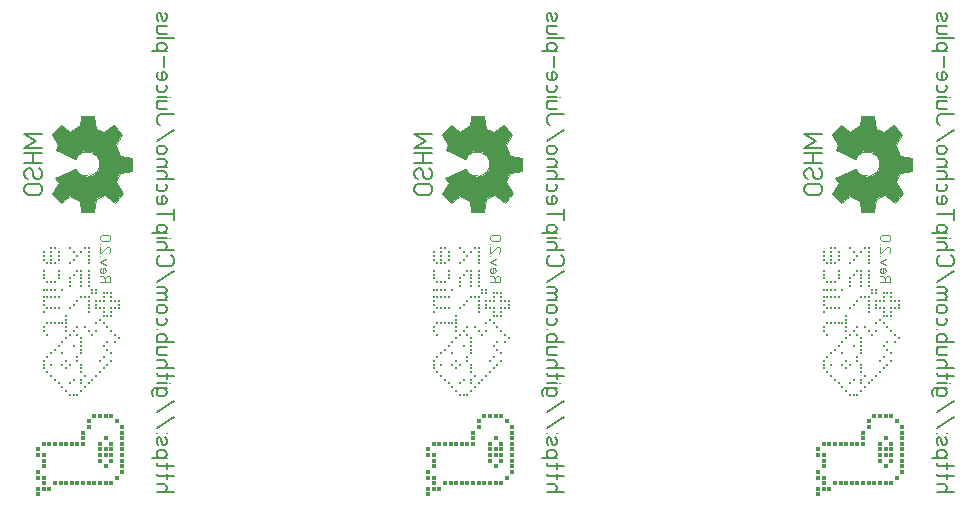
<source format=gbr>
%FSLAX34Y34*%
%MOMM*%
%LNSILK_BOTTOM_*%
G71*
G01*
%ADD10C, 0.19*%
%ADD11C, 0.10*%
%ADD12R, 0.27X0.27*%
%ADD13C, 0.11*%
%ADD14R, 0.40X0.40*%
%LPD*%
G54D10*
X197142Y424120D02*
X212253Y424120D01*
G54D10*
X203186Y424120D02*
X205075Y425254D01*
X205642Y427520D01*
X205075Y429787D01*
X203186Y430920D01*
X197142Y430920D01*
G54D10*
X212253Y437343D02*
X198086Y437343D01*
X197142Y438476D01*
X197519Y439610D01*
G54D10*
X205642Y435076D02*
X205642Y439610D01*
G54D10*
X212253Y446032D02*
X198086Y446032D01*
X197142Y447165D01*
X197519Y448299D01*
G54D10*
X205642Y443765D02*
X205642Y448299D01*
G54D10*
X205642Y452454D02*
X193364Y452454D01*
G54D10*
X199975Y452454D02*
X197519Y453588D01*
X197142Y455854D01*
X197519Y458121D01*
X199408Y459254D01*
X203186Y459254D01*
X205075Y458121D01*
X205642Y455854D01*
X205075Y453588D01*
X202808Y452454D01*
G54D10*
X198086Y463410D02*
X197142Y465677D01*
X197142Y467944D01*
X198086Y470210D01*
X199975Y470210D01*
X200919Y469077D01*
X201864Y464544D01*
X202808Y463410D01*
X204697Y463410D01*
X205642Y465677D01*
X205642Y467944D01*
X204697Y470210D01*
G54D10*
X197142Y474366D02*
X197142Y474366D01*
G54D10*
X205642Y474366D02*
X205642Y474366D01*
G54D10*
X197142Y478522D02*
X212253Y487589D01*
G54D10*
X197142Y491745D02*
X212253Y500812D01*
G54D10*
X194308Y504968D02*
X193364Y507235D01*
X193364Y508822D01*
X194308Y511088D01*
X196197Y511768D01*
X205642Y511768D01*
G54D10*
X203186Y511768D02*
X205075Y510635D01*
X205642Y508368D01*
X205075Y506102D01*
X203186Y504968D01*
X199408Y504968D01*
X197519Y506102D01*
X197142Y508368D01*
X197519Y510635D01*
X199408Y511768D01*
G54D10*
X197142Y515924D02*
X205642Y515924D01*
G54D10*
X208475Y515924D02*
X208475Y515924D01*
G54D10*
X212253Y522347D02*
X198086Y522347D01*
X197142Y523480D01*
X197519Y524614D01*
G54D10*
X205642Y520080D02*
X205642Y524614D01*
G54D10*
X197142Y528769D02*
X212253Y528769D01*
G54D10*
X203186Y528769D02*
X205075Y529903D01*
X205642Y532169D01*
X205075Y534436D01*
X203186Y535569D01*
X197142Y535569D01*
G54D10*
X205642Y546525D02*
X197142Y546525D01*
G54D10*
X199030Y546525D02*
X197519Y545392D01*
X197142Y543125D01*
X197519Y540859D01*
X199030Y539725D01*
X205642Y539725D01*
G54D10*
X197142Y550681D02*
X212253Y550681D01*
G54D10*
X203186Y550681D02*
X205075Y551815D01*
X205642Y554081D01*
X205075Y556348D01*
X203186Y557481D01*
X199408Y557481D01*
X197519Y556348D01*
X197142Y554081D01*
X197519Y551815D01*
X199408Y550681D01*
G54D10*
X197142Y561637D02*
X197142Y561637D01*
G54D10*
X205075Y571460D02*
X205642Y569193D01*
X205075Y566927D01*
X203186Y565793D01*
X199408Y565793D01*
X197519Y566927D01*
X197142Y569193D01*
X197519Y571460D01*
G54D10*
X199408Y582416D02*
X203186Y582416D01*
X205075Y581283D01*
X205642Y579016D01*
X205075Y576750D01*
X203186Y575616D01*
X199408Y575616D01*
X197519Y576750D01*
X197142Y579016D01*
X197519Y581283D01*
X199408Y582416D01*
G54D10*
X197142Y586572D02*
X205642Y586572D01*
G54D10*
X204130Y586572D02*
X205642Y588839D01*
X205075Y591106D01*
X203753Y592239D01*
X197142Y592239D01*
G54D10*
X204130Y592239D02*
X205642Y594506D01*
X205075Y596772D01*
X203753Y597906D01*
X197142Y597906D01*
G54D10*
X197142Y602061D02*
X212253Y611128D01*
G54D10*
X199975Y624351D02*
X198086Y623218D01*
X197142Y620951D01*
X197142Y618684D01*
X198086Y616418D01*
X199975Y615284D01*
X209419Y615284D01*
X211308Y616418D01*
X212253Y618684D01*
X212253Y620951D01*
X211308Y623218D01*
X209419Y624351D01*
G54D10*
X197142Y628507D02*
X212253Y628507D01*
G54D10*
X203186Y628507D02*
X205075Y629641D01*
X205642Y631907D01*
X205075Y634174D01*
X203186Y635307D01*
X197142Y635307D01*
G54D10*
X197142Y639463D02*
X205642Y639463D01*
G54D10*
X208475Y639463D02*
X208475Y639463D01*
G54D10*
X205642Y643619D02*
X193364Y643619D01*
G54D10*
X199975Y643619D02*
X197519Y644753D01*
X197142Y647019D01*
X197519Y649286D01*
X199408Y650419D01*
X203186Y650419D01*
X205075Y649286D01*
X205642Y647019D01*
X205075Y644753D01*
X202808Y643619D01*
G54D10*
X197142Y659109D02*
X212253Y659109D01*
G54D10*
X212253Y654575D02*
X212253Y663642D01*
G54D10*
X198086Y674598D02*
X197142Y672785D01*
X197142Y670518D01*
X198086Y668252D01*
X199975Y667798D01*
X203186Y667798D01*
X205075Y668932D01*
X205642Y671198D01*
X205075Y673465D01*
X203753Y674598D01*
X201864Y674598D01*
X201864Y667798D01*
G54D10*
X205075Y684421D02*
X205642Y682154D01*
X205075Y679888D01*
X203186Y678754D01*
X199408Y678754D01*
X197519Y679888D01*
X197142Y682154D01*
X197519Y684421D01*
G54D10*
X197142Y688577D02*
X212253Y688577D01*
G54D10*
X203186Y688577D02*
X205075Y689711D01*
X205642Y691977D01*
X205075Y694244D01*
X203186Y695377D01*
X197142Y695377D01*
G54D10*
X197142Y699533D02*
X205642Y699533D01*
G54D10*
X203753Y699533D02*
X205075Y700667D01*
X205642Y702933D01*
X205075Y705200D01*
X203753Y706333D01*
X197142Y706333D01*
G54D10*
X199408Y717289D02*
X203186Y717289D01*
X205075Y716156D01*
X205642Y713889D01*
X205075Y711623D01*
X203186Y710489D01*
X199408Y710489D01*
X197519Y711623D01*
X197142Y713889D01*
X197519Y716156D01*
X199408Y717289D01*
G54D10*
X197142Y721445D02*
X212253Y730512D01*
G54D10*
X212253Y743735D02*
X199975Y743735D01*
X198086Y742602D01*
X197142Y740335D01*
X197142Y738068D01*
X198086Y735802D01*
X199975Y734668D01*
G54D10*
X205642Y754691D02*
X197142Y754691D01*
G54D10*
X199030Y754691D02*
X197519Y753558D01*
X197142Y751291D01*
X197519Y749025D01*
X199030Y747891D01*
X205642Y747891D01*
G54D10*
X197142Y758847D02*
X205642Y758847D01*
G54D10*
X208475Y758847D02*
X208475Y758847D01*
G54D10*
X205075Y768670D02*
X205642Y766403D01*
X205075Y764137D01*
X203186Y763003D01*
X199408Y763003D01*
X197519Y764137D01*
X197142Y766403D01*
X197519Y768670D01*
G54D10*
X198086Y779626D02*
X197142Y777813D01*
X197142Y775546D01*
X198086Y773280D01*
X199975Y772826D01*
X203186Y772826D01*
X205075Y773960D01*
X205642Y776226D01*
X205075Y778493D01*
X203753Y779626D01*
X201864Y779626D01*
X201864Y772826D01*
G54D10*
X203753Y783782D02*
X203753Y792849D01*
G54D10*
X205642Y797005D02*
X193364Y797005D01*
G54D10*
X199975Y797005D02*
X197519Y798139D01*
X197142Y800405D01*
X197519Y802672D01*
X199408Y803805D01*
X203186Y803805D01*
X205075Y802672D01*
X205642Y800405D01*
X205075Y798139D01*
X202808Y797005D01*
G54D10*
X197142Y807961D02*
X212253Y807961D01*
G54D10*
X205642Y818917D02*
X197142Y818917D01*
G54D10*
X199030Y818917D02*
X197519Y817784D01*
X197142Y815517D01*
X197519Y813251D01*
X199030Y812117D01*
X205642Y812117D01*
G54D10*
X198086Y823073D02*
X197142Y825340D01*
X197142Y827607D01*
X198086Y829873D01*
X199975Y829873D01*
X200919Y828740D01*
X201864Y824207D01*
X202808Y823073D01*
X204697Y823073D01*
X205642Y825340D01*
X205642Y827607D01*
X204697Y829873D01*
G54D11*
X176217Y707189D02*
X176217Y696076D01*
X165898Y693695D01*
X162723Y686155D01*
X168676Y677026D01*
X161533Y669089D01*
X153595Y675439D01*
X145658Y671867D01*
X144070Y660755D01*
X133355Y660755D01*
X132164Y670676D01*
X123830Y674248D01*
X116289Y669089D01*
X108748Y676630D01*
X114305Y685361D01*
X111526Y689726D01*
X128195Y697267D01*
G54D11*
X128195Y705998D02*
X111923Y713539D01*
X113908Y717905D01*
X108352Y726239D01*
X115892Y734573D01*
X123830Y728620D01*
X132164Y732192D01*
X133354Y742511D01*
X144070Y742114D01*
X146054Y731398D01*
X152404Y728620D01*
X160739Y734573D01*
X168280Y726636D01*
X162723Y717508D01*
X165898Y708776D01*
X176217Y707189D01*
G54D11*
G75*
G01X128880Y697536D02*
G03X128880Y705742I9665J4103D01*
G01*
G36*
X144070Y742114D02*
X146054Y731398D01*
X152404Y728620D01*
X160739Y734573D01*
X168280Y726636D01*
X162723Y717508D01*
X165898Y708776D01*
X176217Y707189D01*
X176217Y696076D01*
X165898Y693695D01*
X162723Y686155D01*
X168676Y677026D01*
X161533Y669089D01*
X153595Y675439D01*
X145658Y671867D01*
X144070Y660755D01*
X133355Y660755D01*
X132164Y670676D01*
X123830Y674248D01*
X116289Y669089D01*
X108748Y676630D01*
X114305Y685361D01*
X111526Y689726D01*
X128989Y697664D01*
X129386Y696473D01*
X130180Y695283D01*
X132561Y692902D01*
X135736Y691314D01*
X137720Y690917D01*
X139308Y690917D01*
X141689Y691314D01*
X144467Y692505D01*
X147245Y694886D01*
X148436Y696870D01*
X149230Y698855D01*
X149626Y701236D01*
X149230Y703617D01*
X148436Y706792D01*
X146054Y709570D01*
X142086Y712348D01*
X135736Y712348D01*
X133355Y711158D01*
X130973Y709570D01*
X128989Y707189D01*
X128989Y705602D01*
X111923Y713539D01*
X113908Y717905D01*
X108352Y726239D01*
X115892Y734573D01*
X123830Y728620D01*
X144070Y742114D01*
G37*
G54D11*
X144070Y742114D02*
X146054Y731398D01*
X152404Y728620D01*
X160739Y734573D01*
X168280Y726636D01*
X162723Y717508D01*
X165898Y708776D01*
X176217Y707189D01*
X176217Y696076D01*
X165898Y693695D01*
X162723Y686155D01*
X168676Y677026D01*
X161533Y669089D01*
X153595Y675439D01*
X145658Y671867D01*
X144070Y660755D01*
X133355Y660755D01*
X132164Y670676D01*
X123830Y674248D01*
X116289Y669089D01*
X108748Y676630D01*
X114305Y685361D01*
X111526Y689726D01*
X128989Y697664D01*
X129386Y696473D01*
X130180Y695283D01*
X132561Y692902D01*
X135736Y691314D01*
X137720Y690917D01*
X139308Y690917D01*
X141689Y691314D01*
X144467Y692505D01*
X147245Y694886D01*
X148436Y696870D01*
X149230Y698855D01*
X149626Y701236D01*
X149230Y703617D01*
X148436Y706792D01*
X146054Y709570D01*
X142086Y712348D01*
X135736Y712348D01*
X133355Y711158D01*
X130973Y709570D01*
X128989Y707189D01*
X128989Y705602D01*
X111923Y713539D01*
X113908Y717905D01*
X108352Y726239D01*
X115892Y734573D01*
X123830Y728620D01*
X144070Y742114D01*
G36*
X144070Y742114D02*
X133354Y742511D01*
X132164Y732192D01*
X144070Y742114D01*
G37*
G54D11*
X144070Y742114D02*
X133354Y742511D01*
X132164Y732192D01*
X144070Y742114D01*
G54D10*
X97544Y684897D02*
X88099Y684897D01*
X86210Y683764D01*
X85266Y681497D01*
X85266Y679230D01*
X86210Y676964D01*
X88099Y675830D01*
X97544Y675830D01*
X99433Y676964D01*
X100377Y679230D01*
X100377Y681497D01*
X99433Y683764D01*
X97544Y684897D01*
G54D10*
X88099Y689053D02*
X86210Y690187D01*
X85266Y692453D01*
X85266Y694720D01*
X86210Y696987D01*
X88099Y698120D01*
X89988Y698120D01*
X91877Y696987D01*
X92822Y694720D01*
X92822Y692453D01*
X93766Y690187D01*
X95655Y689053D01*
X97544Y689053D01*
X99433Y690187D01*
X100377Y692453D01*
X100377Y694720D01*
X99433Y696987D01*
X97544Y698120D01*
G54D10*
X85266Y702276D02*
X100377Y702276D01*
G54D10*
X85266Y711343D02*
X100377Y711343D01*
G54D10*
X92822Y702276D02*
X92822Y711343D01*
G54D10*
X100377Y715499D02*
X85266Y715499D01*
X94710Y721166D01*
X85266Y726833D01*
X100377Y726833D01*
X123825Y506412D02*
G54D12*
D03*
X120650Y509588D02*
G54D12*
D03*
X117475Y512762D02*
G54D12*
D03*
X114300Y515938D02*
G54D12*
D03*
X130175Y506412D02*
G54D12*
D03*
X133350Y509588D02*
G54D12*
D03*
X136525Y512762D02*
G54D12*
D03*
X139700Y515938D02*
G54D12*
D03*
X142875Y519112D02*
G54D12*
D03*
X111125Y519112D02*
G54D12*
D03*
X107950Y522288D02*
G54D12*
D03*
X104775Y525462D02*
G54D12*
D03*
X101600Y528638D02*
G54D12*
D03*
X101600Y534988D02*
G54D12*
D03*
X104775Y538162D02*
G54D12*
D03*
X107950Y541338D02*
G54D12*
D03*
X111125Y544512D02*
G54D12*
D03*
X114300Y547688D02*
G54D12*
D03*
X117475Y550862D02*
G54D12*
D03*
X120650Y554038D02*
G54D12*
D03*
X123825Y557213D02*
G54D12*
D03*
X127000Y560388D02*
G54D12*
D03*
X146050Y522288D02*
G54D12*
D03*
X149225Y525462D02*
G54D12*
D03*
X152400Y528638D02*
G54D12*
D03*
X155575Y531812D02*
G54D12*
D03*
X152400Y547688D02*
G54D12*
D03*
X142875Y557213D02*
G54D12*
D03*
X146050Y560388D02*
G54D12*
D03*
X155575Y550862D02*
G54D12*
D03*
X161925Y550862D02*
G54D12*
D03*
X165100Y554038D02*
G54D12*
D03*
X161925Y557213D02*
G54D12*
D03*
X158750Y560388D02*
G54D12*
D03*
X155575Y563563D02*
G54D12*
D03*
X152400Y566738D02*
G54D12*
D03*
X149225Y569912D02*
G54D12*
D03*
X146050Y566738D02*
G54D12*
D03*
X133350Y515938D02*
G54D12*
D03*
X133350Y519112D02*
G54D12*
D03*
X136525Y522288D02*
G54D12*
D03*
X133350Y525462D02*
G54D12*
D03*
X133350Y528638D02*
G54D12*
D03*
X133350Y531812D02*
G54D12*
D03*
X130175Y534988D02*
G54D12*
D03*
X130175Y538162D02*
G54D12*
D03*
X133350Y541338D02*
G54D12*
D03*
X133350Y544512D02*
G54D12*
D03*
X133350Y547688D02*
G54D12*
D03*
X133350Y550862D02*
G54D12*
D03*
X133350Y554038D02*
G54D12*
D03*
X130175Y557213D02*
G54D12*
D03*
X158750Y573088D02*
G54D12*
D03*
X155575Y573088D02*
G54D12*
D03*
X152400Y573088D02*
G54D12*
D03*
X152400Y576263D02*
G54D12*
D03*
X158750Y576263D02*
G54D12*
D03*
X158750Y579438D02*
G54D12*
D03*
X161925Y579438D02*
G54D12*
D03*
X165100Y579438D02*
G54D12*
D03*
X165100Y582613D02*
G54D12*
D03*
X165100Y585788D02*
G54D12*
D03*
X161925Y585788D02*
G54D12*
D03*
X158750Y585788D02*
G54D12*
D03*
X158750Y588963D02*
G54D12*
D03*
X158750Y592138D02*
G54D12*
D03*
X155575Y592138D02*
G54D12*
D03*
X152400Y592138D02*
G54D12*
D03*
X152400Y588963D02*
G54D12*
D03*
X152400Y585788D02*
G54D12*
D03*
X152400Y579438D02*
G54D12*
D03*
X149225Y579438D02*
G54D12*
D03*
X146050Y579438D02*
G54D12*
D03*
X146050Y582613D02*
G54D12*
D03*
X146050Y585788D02*
G54D12*
D03*
X149225Y585788D02*
G54D12*
D03*
X158750Y534988D02*
G54D12*
D03*
X158750Y541338D02*
G54D12*
D03*
X155575Y544512D02*
G54D12*
D03*
X139700Y560388D02*
G54D12*
D03*
X136525Y563563D02*
G54D12*
D03*
X130175Y563563D02*
G54D12*
D03*
X120650Y560388D02*
G54D12*
D03*
X120650Y563563D02*
G54D12*
D03*
X120650Y566738D02*
G54D12*
D03*
X120650Y569912D02*
G54D12*
D03*
X120650Y573088D02*
G54D12*
D03*
X117475Y566738D02*
G54D12*
D03*
X114300Y566738D02*
G54D12*
D03*
X111125Y566738D02*
G54D12*
D03*
X107950Y566738D02*
G54D12*
D03*
X104775Y566738D02*
G54D12*
D03*
X101600Y563563D02*
G54D12*
D03*
X101600Y560388D02*
G54D12*
D03*
X104775Y557213D02*
G54D12*
D03*
X101600Y576263D02*
G54D12*
D03*
X104775Y579438D02*
G54D12*
D03*
X107950Y579438D02*
G54D12*
D03*
X111125Y579438D02*
G54D12*
D03*
X114300Y579438D02*
G54D12*
D03*
X101600Y582613D02*
G54D12*
D03*
X101600Y585788D02*
G54D12*
D03*
X101600Y588963D02*
G54D12*
D03*
X104775Y588963D02*
G54D12*
D03*
X107950Y588963D02*
G54D12*
D03*
X111125Y588963D02*
G54D12*
D03*
X114300Y588963D02*
G54D12*
D03*
X117475Y595313D02*
G54D12*
D03*
X111125Y595313D02*
G54D12*
D03*
X107950Y595313D02*
G54D12*
D03*
X104775Y595313D02*
G54D12*
D03*
X101600Y595313D02*
G54D12*
D03*
X104775Y601662D02*
G54D12*
D03*
X107950Y601662D02*
G54D12*
D03*
X111125Y601662D02*
G54D12*
D03*
X114300Y604838D02*
G54D12*
D03*
X114300Y608013D02*
G54D12*
D03*
X101600Y604838D02*
G54D12*
D03*
X101600Y608012D02*
G54D12*
D03*
X101600Y611188D02*
G54D12*
D03*
X114300Y611188D02*
G54D12*
D03*
X104775Y617538D02*
G54D12*
D03*
X107950Y617538D02*
G54D12*
D03*
X111125Y617538D02*
G54D12*
D03*
X114300Y620712D02*
G54D12*
D03*
X114300Y623888D02*
G54D12*
D03*
X114300Y627062D02*
G54D12*
D03*
X101600Y620713D02*
G54D12*
D03*
X101600Y623888D02*
G54D12*
D03*
X101600Y627063D02*
G54D12*
D03*
X111125Y630238D02*
G54D12*
D03*
X107950Y630238D02*
G54D12*
D03*
X107950Y627063D02*
G54D12*
D03*
X107950Y623888D02*
G54D12*
D03*
X107950Y620712D02*
G54D12*
D03*
X120650Y528638D02*
G54D12*
D03*
X117475Y531812D02*
G54D12*
D03*
X120650Y534988D02*
G54D12*
D03*
X123825Y531812D02*
G54D12*
D03*
X117475Y541338D02*
G54D12*
D03*
X127000Y519112D02*
G54D12*
D03*
X127000Y547688D02*
G54D12*
D03*
X107950Y531812D02*
G54D12*
D03*
X123825Y515938D02*
G54D12*
D03*
X139700Y576262D02*
G54D12*
D03*
X139700Y579438D02*
G54D12*
D03*
X139700Y582613D02*
G54D12*
D03*
X139700Y585788D02*
G54D12*
D03*
X139700Y588963D02*
G54D12*
D03*
X136525Y588963D02*
G54D12*
D03*
X133350Y588963D02*
G54D12*
D03*
X130175Y585788D02*
G54D12*
D03*
X127000Y582613D02*
G54D12*
D03*
X123825Y579438D02*
G54D12*
D03*
X146050Y592138D02*
G54D12*
D03*
X142875Y592138D02*
G54D12*
D03*
X142875Y595313D02*
G54D12*
D03*
X146050Y595313D02*
G54D12*
D03*
X139700Y598488D02*
G54D12*
D03*
X139700Y601663D02*
G54D12*
D03*
X139700Y604838D02*
G54D12*
D03*
X139700Y608013D02*
G54D12*
D03*
X139700Y611188D02*
G54D12*
D03*
X133350Y598488D02*
G54D12*
D03*
X133350Y601663D02*
G54D12*
D03*
X133350Y604838D02*
G54D12*
D03*
X133350Y608013D02*
G54D12*
D03*
X133350Y611188D02*
G54D12*
D03*
X130175Y611188D02*
G54D12*
D03*
X127000Y608013D02*
G54D12*
D03*
X123825Y604838D02*
G54D12*
D03*
X123825Y598488D02*
G54D12*
D03*
X123825Y601663D02*
G54D12*
D03*
X139700Y617538D02*
G54D12*
D03*
X139700Y620712D02*
G54D12*
D03*
X139700Y623888D02*
G54D12*
D03*
X139700Y627062D02*
G54D12*
D03*
X139700Y630238D02*
G54D12*
D03*
X136525Y630238D02*
G54D12*
D03*
X133350Y627062D02*
G54D12*
D03*
X130175Y623888D02*
G54D12*
D03*
X127000Y620712D02*
G54D12*
D03*
X123825Y617538D02*
G54D12*
D03*
X127000Y627062D02*
G54D12*
D03*
X123825Y630238D02*
G54D12*
D03*
X152400Y538162D02*
G54D12*
D03*
X149225Y534988D02*
G54D12*
D03*
G54D13*
X153670Y604329D02*
X152558Y606329D01*
X151447Y606996D01*
X149225Y606996D01*
G54D13*
X149225Y601662D02*
X158114Y601663D01*
X158114Y604996D01*
X157558Y606329D01*
X156447Y606996D01*
X155336Y606996D01*
X154225Y606329D01*
X153670Y604996D01*
X153670Y601662D01*
G54D13*
X149780Y613440D02*
X149225Y612373D01*
X149225Y611040D01*
X149780Y609706D01*
X150892Y609440D01*
X152780Y609440D01*
X153892Y610106D01*
X154225Y611440D01*
X153892Y612773D01*
X153114Y613440D01*
X152003Y613440D01*
X152003Y609440D01*
G54D13*
X154225Y615884D02*
X149225Y618550D01*
X154225Y621217D01*
G54D13*
X149225Y623660D02*
X149225Y623660D01*
G54D13*
X149225Y631438D02*
X149225Y626105D01*
X149780Y626104D01*
X150892Y626771D01*
X154225Y630771D01*
X155336Y631438D01*
X156447Y631438D01*
X157558Y630771D01*
X158114Y629438D01*
X158114Y628104D01*
X157558Y626771D01*
X156447Y626105D01*
G54D13*
X149225Y633882D02*
X149225Y633882D01*
G54D13*
X156447Y641659D02*
X150892Y641659D01*
X149780Y640992D01*
X149225Y639659D01*
X149225Y638326D01*
X149780Y636992D01*
X150892Y636326D01*
X156447Y636326D01*
X157558Y636992D01*
X158114Y638326D01*
X158114Y639659D01*
X157558Y640992D01*
X156447Y641659D01*
X127000Y506412D02*
G54D12*
D03*
X101600Y531812D02*
G54D12*
D03*
X168275Y445691D02*
G54D14*
D03*
X168275Y450453D02*
G54D14*
D03*
X168275Y455216D02*
G54D14*
D03*
X168275Y459978D02*
G54D14*
D03*
X168275Y464741D02*
G54D14*
D03*
X168275Y469503D02*
G54D14*
D03*
X168275Y474266D02*
G54D14*
D03*
X168275Y479028D02*
G54D14*
D03*
X153988Y431403D02*
G54D14*
D03*
X149225Y431403D02*
G54D14*
D03*
X144462Y431403D02*
G54D14*
D03*
X139700Y431403D02*
G54D14*
D03*
X134938Y431403D02*
G54D14*
D03*
X130175Y431403D02*
G54D14*
D03*
X125412Y431403D02*
G54D14*
D03*
X120650Y431403D02*
G54D14*
D03*
X115888Y431403D02*
G54D14*
D03*
X111125Y431403D02*
G54D14*
D03*
X106362Y426641D02*
G54D14*
D03*
X101600Y426641D02*
G54D14*
D03*
X96837Y426641D02*
G54D14*
D03*
X96838Y421878D02*
G54D14*
D03*
X101600Y436166D02*
G54D14*
D03*
X96838Y436166D02*
G54D14*
D03*
X96838Y440928D02*
G54D14*
D03*
X101600Y445691D02*
G54D14*
D03*
X101600Y450453D02*
G54D14*
D03*
X101600Y455216D02*
G54D14*
D03*
X96838Y455216D02*
G54D14*
D03*
X96838Y459978D02*
G54D14*
D03*
X144462Y488553D02*
G54D14*
D03*
X149225Y488553D02*
G54D14*
D03*
X153988Y488553D02*
G54D14*
D03*
X158750Y488553D02*
G54D14*
D03*
X163512Y483791D02*
G54D14*
D03*
X153988Y445691D02*
G54D14*
D03*
X158750Y450453D02*
G54D14*
D03*
X158750Y455216D02*
G54D14*
D03*
X158750Y459978D02*
G54D14*
D03*
X158750Y464741D02*
G54D14*
D03*
X153988Y469503D02*
G54D14*
D03*
X149225Y450453D02*
G54D14*
D03*
X149225Y455216D02*
G54D14*
D03*
X149225Y459978D02*
G54D14*
D03*
X149225Y464741D02*
G54D14*
D03*
X153988Y455216D02*
G54D14*
D03*
X153988Y459978D02*
G54D14*
D03*
X101600Y431403D02*
G54D14*
D03*
X139700Y483791D02*
G54D14*
D03*
X139700Y479028D02*
G54D14*
D03*
X134938Y469503D02*
G54D14*
D03*
X134938Y474266D02*
G54D14*
D03*
X134938Y464741D02*
G54D14*
D03*
X130175Y464741D02*
G54D14*
D03*
X125412Y464741D02*
G54D14*
D03*
X120650Y464741D02*
G54D14*
D03*
X115888Y464741D02*
G54D14*
D03*
X111125Y464741D02*
G54D14*
D03*
X106362Y464741D02*
G54D14*
D03*
X101600Y464741D02*
G54D14*
D03*
X168275Y440928D02*
G54D14*
D03*
X163512Y436166D02*
G54D14*
D03*
X158750Y431403D02*
G54D14*
D03*
G54D10*
X527342Y424120D02*
X542453Y424120D01*
G54D10*
X533386Y424120D02*
X535275Y425254D01*
X535842Y427520D01*
X535275Y429787D01*
X533386Y430920D01*
X527342Y430920D01*
G54D10*
X542453Y437343D02*
X528286Y437343D01*
X527342Y438476D01*
X527719Y439610D01*
G54D10*
X535842Y435076D02*
X535842Y439610D01*
G54D10*
X542453Y446032D02*
X528286Y446032D01*
X527342Y447165D01*
X527719Y448299D01*
G54D10*
X535842Y443765D02*
X535842Y448299D01*
G54D10*
X535842Y452454D02*
X523564Y452454D01*
G54D10*
X530175Y452454D02*
X527719Y453588D01*
X527342Y455854D01*
X527719Y458121D01*
X529608Y459254D01*
X533386Y459254D01*
X535275Y458121D01*
X535842Y455854D01*
X535275Y453588D01*
X533008Y452454D01*
G54D10*
X528286Y463410D02*
X527342Y465677D01*
X527342Y467944D01*
X528286Y470210D01*
X530175Y470210D01*
X531119Y469077D01*
X532064Y464544D01*
X533008Y463410D01*
X534897Y463410D01*
X535842Y465677D01*
X535842Y467944D01*
X534897Y470210D01*
G54D10*
X527342Y474366D02*
X527342Y474366D01*
G54D10*
X535842Y474366D02*
X535842Y474366D01*
G54D10*
X527342Y478522D02*
X542453Y487589D01*
G54D10*
X527342Y491745D02*
X542453Y500812D01*
G54D10*
X524508Y504968D02*
X523564Y507235D01*
X523564Y508822D01*
X524508Y511088D01*
X526397Y511768D01*
X535842Y511768D01*
G54D10*
X533386Y511768D02*
X535275Y510635D01*
X535842Y508368D01*
X535275Y506102D01*
X533386Y504968D01*
X529608Y504968D01*
X527719Y506102D01*
X527342Y508368D01*
X527719Y510635D01*
X529608Y511768D01*
G54D10*
X527342Y515924D02*
X535842Y515924D01*
G54D10*
X538675Y515924D02*
X538675Y515924D01*
G54D10*
X542453Y522347D02*
X528286Y522347D01*
X527342Y523480D01*
X527719Y524614D01*
G54D10*
X535842Y520080D02*
X535842Y524614D01*
G54D10*
X527342Y528769D02*
X542453Y528769D01*
G54D10*
X533386Y528769D02*
X535275Y529903D01*
X535842Y532169D01*
X535275Y534436D01*
X533386Y535569D01*
X527342Y535569D01*
G54D10*
X535842Y546525D02*
X527342Y546525D01*
G54D10*
X529230Y546525D02*
X527719Y545392D01*
X527342Y543125D01*
X527719Y540859D01*
X529230Y539725D01*
X535842Y539725D01*
G54D10*
X527342Y550681D02*
X542453Y550681D01*
G54D10*
X533386Y550681D02*
X535275Y551815D01*
X535842Y554081D01*
X535275Y556348D01*
X533386Y557481D01*
X529608Y557481D01*
X527719Y556348D01*
X527342Y554081D01*
X527719Y551815D01*
X529608Y550681D01*
G54D10*
X527342Y561637D02*
X527342Y561637D01*
G54D10*
X535275Y571460D02*
X535842Y569193D01*
X535275Y566927D01*
X533386Y565793D01*
X529608Y565793D01*
X527719Y566927D01*
X527342Y569193D01*
X527719Y571460D01*
G54D10*
X529608Y582416D02*
X533386Y582416D01*
X535275Y581283D01*
X535842Y579016D01*
X535275Y576750D01*
X533386Y575616D01*
X529608Y575616D01*
X527719Y576750D01*
X527342Y579016D01*
X527719Y581283D01*
X529608Y582416D01*
G54D10*
X527342Y586572D02*
X535842Y586572D01*
G54D10*
X534330Y586572D02*
X535842Y588839D01*
X535275Y591106D01*
X533953Y592239D01*
X527342Y592239D01*
G54D10*
X534330Y592239D02*
X535842Y594506D01*
X535275Y596772D01*
X533953Y597906D01*
X527342Y597906D01*
G54D10*
X527342Y602061D02*
X542453Y611128D01*
G54D10*
X530175Y624351D02*
X528286Y623218D01*
X527342Y620951D01*
X527342Y618684D01*
X528286Y616418D01*
X530175Y615284D01*
X539619Y615284D01*
X541508Y616418D01*
X542453Y618684D01*
X542453Y620951D01*
X541508Y623218D01*
X539619Y624351D01*
G54D10*
X527342Y628507D02*
X542453Y628507D01*
G54D10*
X533386Y628507D02*
X535275Y629641D01*
X535842Y631907D01*
X535275Y634174D01*
X533386Y635307D01*
X527342Y635307D01*
G54D10*
X527342Y639463D02*
X535842Y639463D01*
G54D10*
X538675Y639463D02*
X538675Y639463D01*
G54D10*
X535842Y643619D02*
X523564Y643619D01*
G54D10*
X530175Y643619D02*
X527719Y644753D01*
X527342Y647019D01*
X527719Y649286D01*
X529608Y650419D01*
X533386Y650419D01*
X535275Y649286D01*
X535842Y647019D01*
X535275Y644753D01*
X533008Y643619D01*
G54D10*
X527342Y659109D02*
X542453Y659109D01*
G54D10*
X542453Y654575D02*
X542453Y663642D01*
G54D10*
X528286Y674598D02*
X527342Y672785D01*
X527342Y670518D01*
X528286Y668252D01*
X530175Y667798D01*
X533386Y667798D01*
X535275Y668932D01*
X535842Y671198D01*
X535275Y673465D01*
X533953Y674598D01*
X532064Y674598D01*
X532064Y667798D01*
G54D10*
X535275Y684421D02*
X535842Y682154D01*
X535275Y679888D01*
X533386Y678754D01*
X529608Y678754D01*
X527719Y679888D01*
X527342Y682154D01*
X527719Y684421D01*
G54D10*
X527342Y688577D02*
X542453Y688577D01*
G54D10*
X533386Y688577D02*
X535275Y689711D01*
X535842Y691977D01*
X535275Y694244D01*
X533386Y695377D01*
X527342Y695377D01*
G54D10*
X527342Y699533D02*
X535842Y699533D01*
G54D10*
X533953Y699533D02*
X535275Y700667D01*
X535842Y702933D01*
X535275Y705200D01*
X533953Y706333D01*
X527342Y706333D01*
G54D10*
X529608Y717289D02*
X533386Y717289D01*
X535275Y716156D01*
X535842Y713889D01*
X535275Y711623D01*
X533386Y710489D01*
X529608Y710489D01*
X527719Y711623D01*
X527342Y713889D01*
X527719Y716156D01*
X529608Y717289D01*
G54D10*
X527342Y721445D02*
X542453Y730512D01*
G54D10*
X542453Y743735D02*
X530175Y743735D01*
X528286Y742602D01*
X527342Y740335D01*
X527342Y738068D01*
X528286Y735802D01*
X530175Y734668D01*
G54D10*
X535842Y754691D02*
X527342Y754691D01*
G54D10*
X529230Y754691D02*
X527719Y753558D01*
X527342Y751291D01*
X527719Y749025D01*
X529230Y747891D01*
X535842Y747891D01*
G54D10*
X527342Y758847D02*
X535842Y758847D01*
G54D10*
X538675Y758847D02*
X538675Y758847D01*
G54D10*
X535275Y768670D02*
X535842Y766403D01*
X535275Y764137D01*
X533386Y763003D01*
X529608Y763003D01*
X527719Y764137D01*
X527342Y766403D01*
X527719Y768670D01*
G54D10*
X528286Y779626D02*
X527342Y777813D01*
X527342Y775546D01*
X528286Y773280D01*
X530175Y772826D01*
X533386Y772826D01*
X535275Y773960D01*
X535842Y776226D01*
X535275Y778493D01*
X533953Y779626D01*
X532064Y779626D01*
X532064Y772826D01*
G54D10*
X533953Y783782D02*
X533953Y792849D01*
G54D10*
X535842Y797005D02*
X523564Y797005D01*
G54D10*
X530175Y797005D02*
X527719Y798139D01*
X527342Y800405D01*
X527719Y802672D01*
X529608Y803805D01*
X533386Y803805D01*
X535275Y802672D01*
X535842Y800405D01*
X535275Y798139D01*
X533008Y797005D01*
G54D10*
X527342Y807961D02*
X542453Y807961D01*
G54D10*
X535842Y818917D02*
X527342Y818917D01*
G54D10*
X529230Y818917D02*
X527719Y817784D01*
X527342Y815517D01*
X527719Y813251D01*
X529230Y812117D01*
X535842Y812117D01*
G54D10*
X528286Y823073D02*
X527342Y825340D01*
X527342Y827607D01*
X528286Y829873D01*
X530175Y829873D01*
X531119Y828740D01*
X532064Y824207D01*
X533008Y823073D01*
X534897Y823073D01*
X535842Y825340D01*
X535842Y827607D01*
X534897Y829873D01*
G54D11*
X506417Y707189D02*
X506417Y696076D01*
X496098Y693695D01*
X492923Y686155D01*
X498876Y677026D01*
X491733Y669089D01*
X483795Y675439D01*
X475858Y671867D01*
X474270Y660755D01*
X463555Y660755D01*
X462364Y670676D01*
X454030Y674248D01*
X446489Y669089D01*
X438948Y676630D01*
X444505Y685361D01*
X441726Y689726D01*
X458395Y697267D01*
G54D11*
X458395Y705998D02*
X442123Y713539D01*
X444108Y717905D01*
X438552Y726239D01*
X446092Y734573D01*
X454030Y728620D01*
X462364Y732192D01*
X463554Y742511D01*
X474270Y742114D01*
X476254Y731398D01*
X482604Y728620D01*
X490939Y734573D01*
X498480Y726636D01*
X492923Y717508D01*
X496098Y708776D01*
X506417Y707189D01*
G54D11*
G75*
G01X459080Y697536D02*
G03X459080Y705742I9665J4103D01*
G01*
G36*
X474270Y742114D02*
X476254Y731398D01*
X482604Y728620D01*
X490939Y734573D01*
X498480Y726636D01*
X492923Y717508D01*
X496098Y708776D01*
X506417Y707189D01*
X506417Y696076D01*
X496098Y693695D01*
X492923Y686155D01*
X498876Y677026D01*
X491733Y669089D01*
X483795Y675439D01*
X475858Y671867D01*
X474270Y660755D01*
X463555Y660755D01*
X462364Y670676D01*
X454030Y674248D01*
X446489Y669089D01*
X438948Y676630D01*
X444505Y685361D01*
X441726Y689726D01*
X459189Y697664D01*
X459586Y696473D01*
X460380Y695283D01*
X462761Y692902D01*
X465936Y691314D01*
X467920Y690917D01*
X469508Y690917D01*
X471889Y691314D01*
X474667Y692505D01*
X477445Y694886D01*
X478636Y696870D01*
X479430Y698855D01*
X479826Y701236D01*
X479430Y703617D01*
X478636Y706792D01*
X476254Y709570D01*
X472286Y712348D01*
X465936Y712348D01*
X463555Y711158D01*
X461173Y709570D01*
X459189Y707189D01*
X459189Y705602D01*
X442123Y713539D01*
X444108Y717905D01*
X438552Y726239D01*
X446092Y734573D01*
X454030Y728620D01*
X474270Y742114D01*
G37*
G54D11*
X474270Y742114D02*
X476254Y731398D01*
X482604Y728620D01*
X490939Y734573D01*
X498480Y726636D01*
X492923Y717508D01*
X496098Y708776D01*
X506417Y707189D01*
X506417Y696076D01*
X496098Y693695D01*
X492923Y686155D01*
X498876Y677026D01*
X491733Y669089D01*
X483795Y675439D01*
X475858Y671867D01*
X474270Y660755D01*
X463555Y660755D01*
X462364Y670676D01*
X454030Y674248D01*
X446489Y669089D01*
X438948Y676630D01*
X444505Y685361D01*
X441726Y689726D01*
X459189Y697664D01*
X459586Y696473D01*
X460380Y695283D01*
X462761Y692902D01*
X465936Y691314D01*
X467920Y690917D01*
X469508Y690917D01*
X471889Y691314D01*
X474667Y692505D01*
X477445Y694886D01*
X478636Y696870D01*
X479430Y698855D01*
X479826Y701236D01*
X479430Y703617D01*
X478636Y706792D01*
X476254Y709570D01*
X472286Y712348D01*
X465936Y712348D01*
X463555Y711158D01*
X461173Y709570D01*
X459189Y707189D01*
X459189Y705602D01*
X442123Y713539D01*
X444108Y717905D01*
X438552Y726239D01*
X446092Y734573D01*
X454030Y728620D01*
X474270Y742114D01*
G36*
X474270Y742114D02*
X463554Y742511D01*
X462364Y732192D01*
X474270Y742114D01*
G37*
G54D11*
X474270Y742114D02*
X463554Y742511D01*
X462364Y732192D01*
X474270Y742114D01*
G54D10*
X427744Y684897D02*
X418299Y684897D01*
X416410Y683764D01*
X415466Y681497D01*
X415466Y679230D01*
X416410Y676964D01*
X418299Y675830D01*
X427744Y675830D01*
X429633Y676964D01*
X430577Y679230D01*
X430577Y681497D01*
X429633Y683764D01*
X427744Y684897D01*
G54D10*
X418299Y689053D02*
X416410Y690187D01*
X415466Y692453D01*
X415466Y694720D01*
X416410Y696987D01*
X418299Y698120D01*
X420188Y698120D01*
X422077Y696987D01*
X423022Y694720D01*
X423022Y692453D01*
X423966Y690187D01*
X425855Y689053D01*
X427744Y689053D01*
X429633Y690187D01*
X430577Y692453D01*
X430577Y694720D01*
X429633Y696987D01*
X427744Y698120D01*
G54D10*
X415466Y702276D02*
X430577Y702276D01*
G54D10*
X415466Y711343D02*
X430577Y711343D01*
G54D10*
X423022Y702276D02*
X423022Y711343D01*
G54D10*
X430577Y715499D02*
X415466Y715499D01*
X424910Y721166D01*
X415466Y726833D01*
X430577Y726833D01*
X454025Y506412D02*
G54D12*
D03*
X450850Y509588D02*
G54D12*
D03*
X447675Y512762D02*
G54D12*
D03*
X444500Y515938D02*
G54D12*
D03*
X460375Y506412D02*
G54D12*
D03*
X463550Y509588D02*
G54D12*
D03*
X466725Y512762D02*
G54D12*
D03*
X469900Y515938D02*
G54D12*
D03*
X473075Y519112D02*
G54D12*
D03*
X441325Y519112D02*
G54D12*
D03*
X438150Y522288D02*
G54D12*
D03*
X434975Y525462D02*
G54D12*
D03*
X431800Y528638D02*
G54D12*
D03*
X431800Y534988D02*
G54D12*
D03*
X434975Y538162D02*
G54D12*
D03*
X438150Y541338D02*
G54D12*
D03*
X441325Y544512D02*
G54D12*
D03*
X444500Y547688D02*
G54D12*
D03*
X447675Y550862D02*
G54D12*
D03*
X450850Y554038D02*
G54D12*
D03*
X454025Y557213D02*
G54D12*
D03*
X457200Y560388D02*
G54D12*
D03*
X476250Y522288D02*
G54D12*
D03*
X479425Y525462D02*
G54D12*
D03*
X482600Y528638D02*
G54D12*
D03*
X485775Y531812D02*
G54D12*
D03*
X482600Y547688D02*
G54D12*
D03*
X473075Y557213D02*
G54D12*
D03*
X476250Y560388D02*
G54D12*
D03*
X485775Y550862D02*
G54D12*
D03*
X492125Y550862D02*
G54D12*
D03*
X495300Y554038D02*
G54D12*
D03*
X492125Y557213D02*
G54D12*
D03*
X488950Y560388D02*
G54D12*
D03*
X485775Y563563D02*
G54D12*
D03*
X482600Y566738D02*
G54D12*
D03*
X479425Y569912D02*
G54D12*
D03*
X476250Y566738D02*
G54D12*
D03*
X463550Y515938D02*
G54D12*
D03*
X463550Y519112D02*
G54D12*
D03*
X466725Y522288D02*
G54D12*
D03*
X463550Y525462D02*
G54D12*
D03*
X463550Y528638D02*
G54D12*
D03*
X463550Y531812D02*
G54D12*
D03*
X460375Y534988D02*
G54D12*
D03*
X460375Y538162D02*
G54D12*
D03*
X463550Y541338D02*
G54D12*
D03*
X463550Y544512D02*
G54D12*
D03*
X463550Y547688D02*
G54D12*
D03*
X463550Y550862D02*
G54D12*
D03*
X463550Y554038D02*
G54D12*
D03*
X460375Y557213D02*
G54D12*
D03*
X488950Y573088D02*
G54D12*
D03*
X485775Y573088D02*
G54D12*
D03*
X482600Y573088D02*
G54D12*
D03*
X482600Y576263D02*
G54D12*
D03*
X488950Y576263D02*
G54D12*
D03*
X488950Y579438D02*
G54D12*
D03*
X492125Y579438D02*
G54D12*
D03*
X495300Y579438D02*
G54D12*
D03*
X495300Y582613D02*
G54D12*
D03*
X495300Y585788D02*
G54D12*
D03*
X492125Y585788D02*
G54D12*
D03*
X488950Y585788D02*
G54D12*
D03*
X488950Y588963D02*
G54D12*
D03*
X488950Y592138D02*
G54D12*
D03*
X485775Y592138D02*
G54D12*
D03*
X482600Y592138D02*
G54D12*
D03*
X482600Y588963D02*
G54D12*
D03*
X482600Y585788D02*
G54D12*
D03*
X482600Y579438D02*
G54D12*
D03*
X479425Y579438D02*
G54D12*
D03*
X476250Y579438D02*
G54D12*
D03*
X476250Y582613D02*
G54D12*
D03*
X476250Y585788D02*
G54D12*
D03*
X479425Y585788D02*
G54D12*
D03*
X488950Y534988D02*
G54D12*
D03*
X488950Y541338D02*
G54D12*
D03*
X485775Y544512D02*
G54D12*
D03*
X469900Y560388D02*
G54D12*
D03*
X466725Y563563D02*
G54D12*
D03*
X460375Y563563D02*
G54D12*
D03*
X450850Y560388D02*
G54D12*
D03*
X450850Y563563D02*
G54D12*
D03*
X450850Y566738D02*
G54D12*
D03*
X450850Y569912D02*
G54D12*
D03*
X450850Y573088D02*
G54D12*
D03*
X447675Y566738D02*
G54D12*
D03*
X444500Y566738D02*
G54D12*
D03*
X441325Y566738D02*
G54D12*
D03*
X438150Y566738D02*
G54D12*
D03*
X434975Y566738D02*
G54D12*
D03*
X431800Y563563D02*
G54D12*
D03*
X431800Y560388D02*
G54D12*
D03*
X434975Y557213D02*
G54D12*
D03*
X431800Y576263D02*
G54D12*
D03*
X434975Y579438D02*
G54D12*
D03*
X438150Y579438D02*
G54D12*
D03*
X441325Y579438D02*
G54D12*
D03*
X444500Y579438D02*
G54D12*
D03*
X431800Y582613D02*
G54D12*
D03*
X431800Y585788D02*
G54D12*
D03*
X431800Y588963D02*
G54D12*
D03*
X434975Y588963D02*
G54D12*
D03*
X438150Y588963D02*
G54D12*
D03*
X441325Y588963D02*
G54D12*
D03*
X444500Y588963D02*
G54D12*
D03*
X447675Y595313D02*
G54D12*
D03*
X441325Y595313D02*
G54D12*
D03*
X438150Y595313D02*
G54D12*
D03*
X434975Y595313D02*
G54D12*
D03*
X431800Y595313D02*
G54D12*
D03*
X434975Y601662D02*
G54D12*
D03*
X438150Y601662D02*
G54D12*
D03*
X441325Y601662D02*
G54D12*
D03*
X444500Y604838D02*
G54D12*
D03*
X444500Y608013D02*
G54D12*
D03*
X431800Y604838D02*
G54D12*
D03*
X431800Y608012D02*
G54D12*
D03*
X431800Y611188D02*
G54D12*
D03*
X444500Y611188D02*
G54D12*
D03*
X434975Y617538D02*
G54D12*
D03*
X438150Y617538D02*
G54D12*
D03*
X441325Y617538D02*
G54D12*
D03*
X444500Y620712D02*
G54D12*
D03*
X444500Y623888D02*
G54D12*
D03*
X444500Y627062D02*
G54D12*
D03*
X431800Y620713D02*
G54D12*
D03*
X431800Y623888D02*
G54D12*
D03*
X431800Y627063D02*
G54D12*
D03*
X441325Y630238D02*
G54D12*
D03*
X438150Y630238D02*
G54D12*
D03*
X438150Y627063D02*
G54D12*
D03*
X438150Y623888D02*
G54D12*
D03*
X438150Y620712D02*
G54D12*
D03*
X450850Y528638D02*
G54D12*
D03*
X447675Y531812D02*
G54D12*
D03*
X450850Y534988D02*
G54D12*
D03*
X454025Y531812D02*
G54D12*
D03*
X447675Y541338D02*
G54D12*
D03*
X457200Y519112D02*
G54D12*
D03*
X457200Y547688D02*
G54D12*
D03*
X438150Y531812D02*
G54D12*
D03*
X454025Y515938D02*
G54D12*
D03*
X469900Y576262D02*
G54D12*
D03*
X469900Y579438D02*
G54D12*
D03*
X469900Y582613D02*
G54D12*
D03*
X469900Y585788D02*
G54D12*
D03*
X469900Y588963D02*
G54D12*
D03*
X466725Y588963D02*
G54D12*
D03*
X463550Y588963D02*
G54D12*
D03*
X460375Y585788D02*
G54D12*
D03*
X457200Y582613D02*
G54D12*
D03*
X454025Y579438D02*
G54D12*
D03*
X476250Y592138D02*
G54D12*
D03*
X473075Y592138D02*
G54D12*
D03*
X473075Y595313D02*
G54D12*
D03*
X476250Y595313D02*
G54D12*
D03*
X469900Y598488D02*
G54D12*
D03*
X469900Y601663D02*
G54D12*
D03*
X469900Y604838D02*
G54D12*
D03*
X469900Y608013D02*
G54D12*
D03*
X469900Y611188D02*
G54D12*
D03*
X463550Y598488D02*
G54D12*
D03*
X463550Y601663D02*
G54D12*
D03*
X463550Y604838D02*
G54D12*
D03*
X463550Y608013D02*
G54D12*
D03*
X463550Y611188D02*
G54D12*
D03*
X460375Y611188D02*
G54D12*
D03*
X457200Y608013D02*
G54D12*
D03*
X454025Y604838D02*
G54D12*
D03*
X454025Y598488D02*
G54D12*
D03*
X454025Y601663D02*
G54D12*
D03*
X469900Y617538D02*
G54D12*
D03*
X469900Y620712D02*
G54D12*
D03*
X469900Y623888D02*
G54D12*
D03*
X469900Y627062D02*
G54D12*
D03*
X469900Y630238D02*
G54D12*
D03*
X466725Y630238D02*
G54D12*
D03*
X463550Y627062D02*
G54D12*
D03*
X460375Y623888D02*
G54D12*
D03*
X457200Y620712D02*
G54D12*
D03*
X454025Y617538D02*
G54D12*
D03*
X457200Y627062D02*
G54D12*
D03*
X454025Y630238D02*
G54D12*
D03*
X482600Y538162D02*
G54D12*
D03*
X479425Y534988D02*
G54D12*
D03*
G54D13*
X483870Y604329D02*
X482758Y606329D01*
X481647Y606996D01*
X479425Y606996D01*
G54D13*
X479425Y601662D02*
X488314Y601663D01*
X488314Y604996D01*
X487758Y606329D01*
X486647Y606996D01*
X485536Y606996D01*
X484425Y606329D01*
X483870Y604996D01*
X483870Y601662D01*
G54D13*
X479980Y613440D02*
X479425Y612373D01*
X479425Y611040D01*
X479980Y609706D01*
X481092Y609440D01*
X482980Y609440D01*
X484092Y610106D01*
X484425Y611440D01*
X484092Y612773D01*
X483314Y613440D01*
X482203Y613440D01*
X482203Y609440D01*
G54D13*
X484425Y615884D02*
X479425Y618550D01*
X484425Y621217D01*
G54D13*
X479425Y623660D02*
X479425Y623660D01*
G54D13*
X479425Y631438D02*
X479425Y626105D01*
X479980Y626104D01*
X481092Y626771D01*
X484425Y630771D01*
X485536Y631438D01*
X486647Y631438D01*
X487758Y630771D01*
X488314Y629438D01*
X488314Y628104D01*
X487758Y626771D01*
X486647Y626105D01*
G54D13*
X479425Y633882D02*
X479425Y633882D01*
G54D13*
X486647Y641659D02*
X481092Y641659D01*
X479980Y640992D01*
X479425Y639659D01*
X479425Y638326D01*
X479980Y636992D01*
X481092Y636326D01*
X486647Y636326D01*
X487758Y636992D01*
X488314Y638326D01*
X488314Y639659D01*
X487758Y640992D01*
X486647Y641659D01*
X457200Y506412D02*
G54D12*
D03*
X431800Y531812D02*
G54D12*
D03*
X498475Y445691D02*
G54D14*
D03*
X498475Y450453D02*
G54D14*
D03*
X498475Y455216D02*
G54D14*
D03*
X498475Y459978D02*
G54D14*
D03*
X498475Y464741D02*
G54D14*
D03*
X498475Y469503D02*
G54D14*
D03*
X498475Y474266D02*
G54D14*
D03*
X498475Y479028D02*
G54D14*
D03*
X484188Y431403D02*
G54D14*
D03*
X479425Y431403D02*
G54D14*
D03*
X474662Y431403D02*
G54D14*
D03*
X469900Y431403D02*
G54D14*
D03*
X465138Y431403D02*
G54D14*
D03*
X460375Y431403D02*
G54D14*
D03*
X455612Y431403D02*
G54D14*
D03*
X450850Y431403D02*
G54D14*
D03*
X446088Y431403D02*
G54D14*
D03*
X441325Y431403D02*
G54D14*
D03*
X436562Y426641D02*
G54D14*
D03*
X431800Y426641D02*
G54D14*
D03*
X427037Y426641D02*
G54D14*
D03*
X427038Y421878D02*
G54D14*
D03*
X431800Y436166D02*
G54D14*
D03*
X427038Y436166D02*
G54D14*
D03*
X427038Y440928D02*
G54D14*
D03*
X431800Y445691D02*
G54D14*
D03*
X431800Y450453D02*
G54D14*
D03*
X431800Y455216D02*
G54D14*
D03*
X427038Y455216D02*
G54D14*
D03*
X427038Y459978D02*
G54D14*
D03*
X474662Y488553D02*
G54D14*
D03*
X479425Y488553D02*
G54D14*
D03*
X484188Y488553D02*
G54D14*
D03*
X488950Y488553D02*
G54D14*
D03*
X493712Y483791D02*
G54D14*
D03*
X484188Y445691D02*
G54D14*
D03*
X488950Y450453D02*
G54D14*
D03*
X488950Y455216D02*
G54D14*
D03*
X488950Y459978D02*
G54D14*
D03*
X488950Y464741D02*
G54D14*
D03*
X484188Y469503D02*
G54D14*
D03*
X479425Y450453D02*
G54D14*
D03*
X479425Y455216D02*
G54D14*
D03*
X479425Y459978D02*
G54D14*
D03*
X479425Y464741D02*
G54D14*
D03*
X484188Y455216D02*
G54D14*
D03*
X484188Y459978D02*
G54D14*
D03*
X431800Y431403D02*
G54D14*
D03*
X469900Y483791D02*
G54D14*
D03*
X469900Y479028D02*
G54D14*
D03*
X465138Y469503D02*
G54D14*
D03*
X465138Y474266D02*
G54D14*
D03*
X465138Y464741D02*
G54D14*
D03*
X460375Y464741D02*
G54D14*
D03*
X455612Y464741D02*
G54D14*
D03*
X450850Y464741D02*
G54D14*
D03*
X446088Y464741D02*
G54D14*
D03*
X441325Y464741D02*
G54D14*
D03*
X436562Y464741D02*
G54D14*
D03*
X431800Y464741D02*
G54D14*
D03*
X498475Y440928D02*
G54D14*
D03*
X493712Y436166D02*
G54D14*
D03*
X488950Y431403D02*
G54D14*
D03*
G54D10*
X857542Y424120D02*
X872653Y424120D01*
G54D10*
X863586Y424120D02*
X865475Y425254D01*
X866042Y427520D01*
X865475Y429787D01*
X863586Y430920D01*
X857542Y430920D01*
G54D10*
X872653Y437343D02*
X858486Y437343D01*
X857542Y438476D01*
X857919Y439610D01*
G54D10*
X866042Y435076D02*
X866042Y439610D01*
G54D10*
X872653Y446032D02*
X858486Y446032D01*
X857542Y447165D01*
X857919Y448299D01*
G54D10*
X866042Y443765D02*
X866042Y448299D01*
G54D10*
X866042Y452454D02*
X853764Y452454D01*
G54D10*
X860375Y452454D02*
X857919Y453588D01*
X857542Y455854D01*
X857919Y458121D01*
X859808Y459254D01*
X863586Y459254D01*
X865475Y458121D01*
X866042Y455854D01*
X865475Y453588D01*
X863208Y452454D01*
G54D10*
X858486Y463410D02*
X857542Y465677D01*
X857542Y467944D01*
X858486Y470210D01*
X860375Y470210D01*
X861319Y469077D01*
X862264Y464544D01*
X863208Y463410D01*
X865097Y463410D01*
X866042Y465677D01*
X866042Y467944D01*
X865097Y470210D01*
G54D10*
X857542Y474366D02*
X857542Y474366D01*
G54D10*
X866042Y474366D02*
X866042Y474366D01*
G54D10*
X857542Y478522D02*
X872653Y487589D01*
G54D10*
X857542Y491745D02*
X872653Y500812D01*
G54D10*
X854708Y504968D02*
X853764Y507235D01*
X853764Y508822D01*
X854708Y511088D01*
X856597Y511768D01*
X866042Y511768D01*
G54D10*
X863586Y511768D02*
X865475Y510635D01*
X866042Y508368D01*
X865475Y506102D01*
X863586Y504968D01*
X859808Y504968D01*
X857919Y506102D01*
X857542Y508368D01*
X857919Y510635D01*
X859808Y511768D01*
G54D10*
X857542Y515924D02*
X866042Y515924D01*
G54D10*
X868875Y515924D02*
X868875Y515924D01*
G54D10*
X872653Y522347D02*
X858486Y522347D01*
X857542Y523480D01*
X857919Y524614D01*
G54D10*
X866042Y520080D02*
X866042Y524614D01*
G54D10*
X857542Y528769D02*
X872653Y528769D01*
G54D10*
X863586Y528769D02*
X865475Y529903D01*
X866042Y532169D01*
X865475Y534436D01*
X863586Y535569D01*
X857542Y535569D01*
G54D10*
X866042Y546525D02*
X857542Y546525D01*
G54D10*
X859430Y546525D02*
X857919Y545392D01*
X857542Y543125D01*
X857919Y540859D01*
X859430Y539725D01*
X866042Y539725D01*
G54D10*
X857542Y550681D02*
X872653Y550681D01*
G54D10*
X863586Y550681D02*
X865475Y551815D01*
X866042Y554081D01*
X865475Y556348D01*
X863586Y557481D01*
X859808Y557481D01*
X857919Y556348D01*
X857542Y554081D01*
X857919Y551815D01*
X859808Y550681D01*
G54D10*
X857542Y561637D02*
X857542Y561637D01*
G54D10*
X865475Y571460D02*
X866042Y569193D01*
X865475Y566927D01*
X863586Y565793D01*
X859808Y565793D01*
X857919Y566927D01*
X857542Y569193D01*
X857919Y571460D01*
G54D10*
X859808Y582416D02*
X863586Y582416D01*
X865475Y581283D01*
X866042Y579016D01*
X865475Y576750D01*
X863586Y575616D01*
X859808Y575616D01*
X857919Y576750D01*
X857542Y579016D01*
X857919Y581283D01*
X859808Y582416D01*
G54D10*
X857542Y586572D02*
X866042Y586572D01*
G54D10*
X864530Y586572D02*
X866042Y588839D01*
X865475Y591106D01*
X864153Y592239D01*
X857542Y592239D01*
G54D10*
X864530Y592239D02*
X866042Y594506D01*
X865475Y596772D01*
X864153Y597906D01*
X857542Y597906D01*
G54D10*
X857542Y602061D02*
X872653Y611128D01*
G54D10*
X860375Y624351D02*
X858486Y623218D01*
X857542Y620951D01*
X857542Y618684D01*
X858486Y616418D01*
X860375Y615284D01*
X869819Y615284D01*
X871708Y616418D01*
X872653Y618684D01*
X872653Y620951D01*
X871708Y623218D01*
X869819Y624351D01*
G54D10*
X857542Y628507D02*
X872653Y628507D01*
G54D10*
X863586Y628507D02*
X865475Y629641D01*
X866042Y631907D01*
X865475Y634174D01*
X863586Y635307D01*
X857542Y635307D01*
G54D10*
X857542Y639463D02*
X866042Y639463D01*
G54D10*
X868875Y639463D02*
X868875Y639463D01*
G54D10*
X866042Y643619D02*
X853764Y643619D01*
G54D10*
X860375Y643619D02*
X857919Y644753D01*
X857542Y647019D01*
X857919Y649286D01*
X859808Y650419D01*
X863586Y650419D01*
X865475Y649286D01*
X866042Y647019D01*
X865475Y644753D01*
X863208Y643619D01*
G54D10*
X857542Y659109D02*
X872653Y659109D01*
G54D10*
X872653Y654575D02*
X872653Y663642D01*
G54D10*
X858486Y674598D02*
X857542Y672785D01*
X857542Y670518D01*
X858486Y668252D01*
X860375Y667798D01*
X863586Y667798D01*
X865475Y668932D01*
X866042Y671198D01*
X865475Y673465D01*
X864153Y674598D01*
X862264Y674598D01*
X862264Y667798D01*
G54D10*
X865475Y684421D02*
X866042Y682154D01*
X865475Y679888D01*
X863586Y678754D01*
X859808Y678754D01*
X857919Y679888D01*
X857542Y682154D01*
X857919Y684421D01*
G54D10*
X857542Y688577D02*
X872653Y688577D01*
G54D10*
X863586Y688577D02*
X865475Y689711D01*
X866042Y691977D01*
X865475Y694244D01*
X863586Y695377D01*
X857542Y695377D01*
G54D10*
X857542Y699533D02*
X866042Y699533D01*
G54D10*
X864153Y699533D02*
X865475Y700667D01*
X866042Y702933D01*
X865475Y705200D01*
X864153Y706333D01*
X857542Y706333D01*
G54D10*
X859808Y717289D02*
X863586Y717289D01*
X865475Y716156D01*
X866042Y713889D01*
X865475Y711623D01*
X863586Y710489D01*
X859808Y710489D01*
X857919Y711623D01*
X857542Y713889D01*
X857919Y716156D01*
X859808Y717289D01*
G54D10*
X857542Y721445D02*
X872653Y730512D01*
G54D10*
X872653Y743735D02*
X860375Y743735D01*
X858486Y742602D01*
X857542Y740335D01*
X857542Y738068D01*
X858486Y735802D01*
X860375Y734668D01*
G54D10*
X866042Y754691D02*
X857542Y754691D01*
G54D10*
X859430Y754691D02*
X857919Y753558D01*
X857542Y751291D01*
X857919Y749025D01*
X859430Y747891D01*
X866042Y747891D01*
G54D10*
X857542Y758847D02*
X866042Y758847D01*
G54D10*
X868875Y758847D02*
X868875Y758847D01*
G54D10*
X865475Y768670D02*
X866042Y766403D01*
X865475Y764137D01*
X863586Y763003D01*
X859808Y763003D01*
X857919Y764137D01*
X857542Y766403D01*
X857919Y768670D01*
G54D10*
X858486Y779626D02*
X857542Y777813D01*
X857542Y775546D01*
X858486Y773280D01*
X860375Y772826D01*
X863586Y772826D01*
X865475Y773960D01*
X866042Y776226D01*
X865475Y778493D01*
X864153Y779626D01*
X862264Y779626D01*
X862264Y772826D01*
G54D10*
X864153Y783782D02*
X864153Y792849D01*
G54D10*
X866042Y797005D02*
X853764Y797005D01*
G54D10*
X860375Y797005D02*
X857919Y798139D01*
X857542Y800405D01*
X857919Y802672D01*
X859808Y803805D01*
X863586Y803805D01*
X865475Y802672D01*
X866042Y800405D01*
X865475Y798139D01*
X863208Y797005D01*
G54D10*
X857542Y807961D02*
X872653Y807961D01*
G54D10*
X866042Y818917D02*
X857542Y818917D01*
G54D10*
X859430Y818917D02*
X857919Y817784D01*
X857542Y815517D01*
X857919Y813251D01*
X859430Y812117D01*
X866042Y812117D01*
G54D10*
X858486Y823073D02*
X857542Y825340D01*
X857542Y827607D01*
X858486Y829873D01*
X860375Y829873D01*
X861319Y828740D01*
X862264Y824207D01*
X863208Y823073D01*
X865097Y823073D01*
X866042Y825340D01*
X866042Y827607D01*
X865097Y829873D01*
G54D11*
X836617Y707189D02*
X836617Y696076D01*
X826298Y693695D01*
X823123Y686155D01*
X829076Y677026D01*
X821933Y669089D01*
X813995Y675439D01*
X806058Y671867D01*
X804470Y660755D01*
X793755Y660755D01*
X792564Y670676D01*
X784230Y674248D01*
X776689Y669089D01*
X769148Y676630D01*
X774705Y685361D01*
X771926Y689726D01*
X788595Y697267D01*
G54D11*
X788595Y705998D02*
X772323Y713539D01*
X774308Y717905D01*
X768752Y726239D01*
X776292Y734573D01*
X784230Y728620D01*
X792564Y732192D01*
X793754Y742511D01*
X804470Y742114D01*
X806454Y731398D01*
X812804Y728620D01*
X821139Y734573D01*
X828680Y726636D01*
X823123Y717508D01*
X826298Y708776D01*
X836617Y707189D01*
G54D11*
G75*
G01X789280Y697536D02*
G03X789280Y705742I9665J4103D01*
G01*
G36*
X804470Y742114D02*
X806454Y731398D01*
X812804Y728620D01*
X821139Y734573D01*
X828680Y726636D01*
X823123Y717508D01*
X826298Y708776D01*
X836617Y707189D01*
X836617Y696076D01*
X826298Y693695D01*
X823123Y686155D01*
X829076Y677026D01*
X821933Y669089D01*
X813995Y675439D01*
X806058Y671867D01*
X804470Y660755D01*
X793755Y660755D01*
X792564Y670676D01*
X784230Y674248D01*
X776689Y669089D01*
X769148Y676630D01*
X774705Y685361D01*
X771926Y689726D01*
X789389Y697664D01*
X789786Y696473D01*
X790580Y695283D01*
X792961Y692902D01*
X796136Y691314D01*
X798120Y690917D01*
X799708Y690917D01*
X802089Y691314D01*
X804867Y692505D01*
X807645Y694886D01*
X808836Y696870D01*
X809630Y698855D01*
X810026Y701236D01*
X809630Y703617D01*
X808836Y706792D01*
X806454Y709570D01*
X802486Y712348D01*
X796136Y712348D01*
X793755Y711158D01*
X791373Y709570D01*
X789389Y707189D01*
X789389Y705602D01*
X772323Y713539D01*
X774308Y717905D01*
X768752Y726239D01*
X776292Y734573D01*
X784230Y728620D01*
X804470Y742114D01*
G37*
G54D11*
X804470Y742114D02*
X806454Y731398D01*
X812804Y728620D01*
X821139Y734573D01*
X828680Y726636D01*
X823123Y717508D01*
X826298Y708776D01*
X836617Y707189D01*
X836617Y696076D01*
X826298Y693695D01*
X823123Y686155D01*
X829076Y677026D01*
X821933Y669089D01*
X813995Y675439D01*
X806058Y671867D01*
X804470Y660755D01*
X793755Y660755D01*
X792564Y670676D01*
X784230Y674248D01*
X776689Y669089D01*
X769148Y676630D01*
X774705Y685361D01*
X771926Y689726D01*
X789389Y697664D01*
X789786Y696473D01*
X790580Y695283D01*
X792961Y692902D01*
X796136Y691314D01*
X798120Y690917D01*
X799708Y690917D01*
X802089Y691314D01*
X804867Y692505D01*
X807645Y694886D01*
X808836Y696870D01*
X809630Y698855D01*
X810026Y701236D01*
X809630Y703617D01*
X808836Y706792D01*
X806454Y709570D01*
X802486Y712348D01*
X796136Y712348D01*
X793755Y711158D01*
X791373Y709570D01*
X789389Y707189D01*
X789389Y705602D01*
X772323Y713539D01*
X774308Y717905D01*
X768752Y726239D01*
X776292Y734573D01*
X784230Y728620D01*
X804470Y742114D01*
G36*
X804470Y742114D02*
X793754Y742511D01*
X792564Y732192D01*
X804470Y742114D01*
G37*
G54D11*
X804470Y742114D02*
X793754Y742511D01*
X792564Y732192D01*
X804470Y742114D01*
G54D10*
X757944Y684897D02*
X748499Y684897D01*
X746610Y683764D01*
X745666Y681497D01*
X745666Y679230D01*
X746610Y676964D01*
X748499Y675830D01*
X757944Y675830D01*
X759833Y676964D01*
X760777Y679230D01*
X760777Y681497D01*
X759833Y683764D01*
X757944Y684897D01*
G54D10*
X748499Y689053D02*
X746610Y690187D01*
X745666Y692453D01*
X745666Y694720D01*
X746610Y696987D01*
X748499Y698120D01*
X750388Y698120D01*
X752277Y696987D01*
X753222Y694720D01*
X753222Y692453D01*
X754166Y690187D01*
X756055Y689053D01*
X757944Y689053D01*
X759833Y690187D01*
X760777Y692453D01*
X760777Y694720D01*
X759833Y696987D01*
X757944Y698120D01*
G54D10*
X745666Y702276D02*
X760777Y702276D01*
G54D10*
X745666Y711343D02*
X760777Y711343D01*
G54D10*
X753222Y702276D02*
X753222Y711343D01*
G54D10*
X760777Y715499D02*
X745666Y715499D01*
X755110Y721166D01*
X745666Y726833D01*
X760777Y726833D01*
X784225Y506412D02*
G54D12*
D03*
X781050Y509588D02*
G54D12*
D03*
X777875Y512762D02*
G54D12*
D03*
X774700Y515938D02*
G54D12*
D03*
X790575Y506412D02*
G54D12*
D03*
X793750Y509588D02*
G54D12*
D03*
X796925Y512762D02*
G54D12*
D03*
X800100Y515938D02*
G54D12*
D03*
X803275Y519112D02*
G54D12*
D03*
X771525Y519112D02*
G54D12*
D03*
X768350Y522288D02*
G54D12*
D03*
X765175Y525462D02*
G54D12*
D03*
X762000Y528638D02*
G54D12*
D03*
X762000Y534988D02*
G54D12*
D03*
X765175Y538162D02*
G54D12*
D03*
X768350Y541338D02*
G54D12*
D03*
X771525Y544512D02*
G54D12*
D03*
X774700Y547688D02*
G54D12*
D03*
X777875Y550862D02*
G54D12*
D03*
X781050Y554038D02*
G54D12*
D03*
X784225Y557213D02*
G54D12*
D03*
X787400Y560388D02*
G54D12*
D03*
X806450Y522288D02*
G54D12*
D03*
X809625Y525462D02*
G54D12*
D03*
X812800Y528638D02*
G54D12*
D03*
X815975Y531812D02*
G54D12*
D03*
X812800Y547688D02*
G54D12*
D03*
X803275Y557213D02*
G54D12*
D03*
X806450Y560388D02*
G54D12*
D03*
X815975Y550862D02*
G54D12*
D03*
X822325Y550862D02*
G54D12*
D03*
X825500Y554038D02*
G54D12*
D03*
X822325Y557213D02*
G54D12*
D03*
X819150Y560388D02*
G54D12*
D03*
X815975Y563563D02*
G54D12*
D03*
X812800Y566738D02*
G54D12*
D03*
X809625Y569912D02*
G54D12*
D03*
X806450Y566738D02*
G54D12*
D03*
X793750Y515938D02*
G54D12*
D03*
X793750Y519112D02*
G54D12*
D03*
X796925Y522288D02*
G54D12*
D03*
X793750Y525462D02*
G54D12*
D03*
X793750Y528638D02*
G54D12*
D03*
X793750Y531812D02*
G54D12*
D03*
X790575Y534988D02*
G54D12*
D03*
X790575Y538162D02*
G54D12*
D03*
X793750Y541338D02*
G54D12*
D03*
X793750Y544512D02*
G54D12*
D03*
X793750Y547688D02*
G54D12*
D03*
X793750Y550862D02*
G54D12*
D03*
X793750Y554038D02*
G54D12*
D03*
X790575Y557213D02*
G54D12*
D03*
X819150Y573088D02*
G54D12*
D03*
X815975Y573088D02*
G54D12*
D03*
X812800Y573088D02*
G54D12*
D03*
X812800Y576263D02*
G54D12*
D03*
X819150Y576263D02*
G54D12*
D03*
X819150Y579438D02*
G54D12*
D03*
X822325Y579438D02*
G54D12*
D03*
X825500Y579438D02*
G54D12*
D03*
X825500Y582613D02*
G54D12*
D03*
X825500Y585788D02*
G54D12*
D03*
X822325Y585788D02*
G54D12*
D03*
X819150Y585788D02*
G54D12*
D03*
X819150Y588963D02*
G54D12*
D03*
X819150Y592138D02*
G54D12*
D03*
X815975Y592138D02*
G54D12*
D03*
X812800Y592138D02*
G54D12*
D03*
X812800Y588963D02*
G54D12*
D03*
X812800Y585788D02*
G54D12*
D03*
X812800Y579438D02*
G54D12*
D03*
X809625Y579438D02*
G54D12*
D03*
X806450Y579438D02*
G54D12*
D03*
X806450Y582613D02*
G54D12*
D03*
X806450Y585788D02*
G54D12*
D03*
X809625Y585788D02*
G54D12*
D03*
X819150Y534988D02*
G54D12*
D03*
X819150Y541338D02*
G54D12*
D03*
X815975Y544512D02*
G54D12*
D03*
X800100Y560388D02*
G54D12*
D03*
X796925Y563563D02*
G54D12*
D03*
X790575Y563563D02*
G54D12*
D03*
X781050Y560388D02*
G54D12*
D03*
X781050Y563563D02*
G54D12*
D03*
X781050Y566738D02*
G54D12*
D03*
X781050Y569912D02*
G54D12*
D03*
X781050Y573088D02*
G54D12*
D03*
X777875Y566738D02*
G54D12*
D03*
X774700Y566738D02*
G54D12*
D03*
X771525Y566738D02*
G54D12*
D03*
X768350Y566738D02*
G54D12*
D03*
X765175Y566738D02*
G54D12*
D03*
X762000Y563563D02*
G54D12*
D03*
X762000Y560388D02*
G54D12*
D03*
X765175Y557213D02*
G54D12*
D03*
X762000Y576263D02*
G54D12*
D03*
X765175Y579438D02*
G54D12*
D03*
X768350Y579438D02*
G54D12*
D03*
X771525Y579438D02*
G54D12*
D03*
X774700Y579438D02*
G54D12*
D03*
X762000Y582613D02*
G54D12*
D03*
X762000Y585788D02*
G54D12*
D03*
X762000Y588963D02*
G54D12*
D03*
X765175Y588963D02*
G54D12*
D03*
X768350Y588963D02*
G54D12*
D03*
X771525Y588963D02*
G54D12*
D03*
X774700Y588963D02*
G54D12*
D03*
X777875Y595313D02*
G54D12*
D03*
X771525Y595313D02*
G54D12*
D03*
X768350Y595313D02*
G54D12*
D03*
X765175Y595313D02*
G54D12*
D03*
X762000Y595313D02*
G54D12*
D03*
X765175Y601662D02*
G54D12*
D03*
X768350Y601662D02*
G54D12*
D03*
X771525Y601662D02*
G54D12*
D03*
X774700Y604838D02*
G54D12*
D03*
X774700Y608013D02*
G54D12*
D03*
X762000Y604838D02*
G54D12*
D03*
X762000Y608012D02*
G54D12*
D03*
X762000Y611188D02*
G54D12*
D03*
X774700Y611188D02*
G54D12*
D03*
X765175Y617538D02*
G54D12*
D03*
X768350Y617538D02*
G54D12*
D03*
X771525Y617538D02*
G54D12*
D03*
X774700Y620712D02*
G54D12*
D03*
X774700Y623888D02*
G54D12*
D03*
X774700Y627062D02*
G54D12*
D03*
X762000Y620713D02*
G54D12*
D03*
X762000Y623888D02*
G54D12*
D03*
X762000Y627063D02*
G54D12*
D03*
X771525Y630238D02*
G54D12*
D03*
X768350Y630238D02*
G54D12*
D03*
X768350Y627063D02*
G54D12*
D03*
X768350Y623888D02*
G54D12*
D03*
X768350Y620712D02*
G54D12*
D03*
X781050Y528638D02*
G54D12*
D03*
X777875Y531812D02*
G54D12*
D03*
X781050Y534988D02*
G54D12*
D03*
X784225Y531812D02*
G54D12*
D03*
X777875Y541338D02*
G54D12*
D03*
X787400Y519112D02*
G54D12*
D03*
X787400Y547688D02*
G54D12*
D03*
X768350Y531812D02*
G54D12*
D03*
X784225Y515938D02*
G54D12*
D03*
X800100Y576262D02*
G54D12*
D03*
X800100Y579438D02*
G54D12*
D03*
X800100Y582613D02*
G54D12*
D03*
X800100Y585788D02*
G54D12*
D03*
X800100Y588963D02*
G54D12*
D03*
X796925Y588963D02*
G54D12*
D03*
X793750Y588963D02*
G54D12*
D03*
X790575Y585788D02*
G54D12*
D03*
X787400Y582613D02*
G54D12*
D03*
X784225Y579438D02*
G54D12*
D03*
X806450Y592138D02*
G54D12*
D03*
X803275Y592138D02*
G54D12*
D03*
X803275Y595313D02*
G54D12*
D03*
X806450Y595313D02*
G54D12*
D03*
X800100Y598488D02*
G54D12*
D03*
X800100Y601663D02*
G54D12*
D03*
X800100Y604838D02*
G54D12*
D03*
X800100Y608013D02*
G54D12*
D03*
X800100Y611188D02*
G54D12*
D03*
X793750Y598488D02*
G54D12*
D03*
X793750Y601663D02*
G54D12*
D03*
X793750Y604838D02*
G54D12*
D03*
X793750Y608013D02*
G54D12*
D03*
X793750Y611188D02*
G54D12*
D03*
X790575Y611188D02*
G54D12*
D03*
X787400Y608013D02*
G54D12*
D03*
X784225Y604838D02*
G54D12*
D03*
X784225Y598488D02*
G54D12*
D03*
X784225Y601663D02*
G54D12*
D03*
X800100Y617538D02*
G54D12*
D03*
X800100Y620712D02*
G54D12*
D03*
X800100Y623888D02*
G54D12*
D03*
X800100Y627062D02*
G54D12*
D03*
X800100Y630238D02*
G54D12*
D03*
X796925Y630238D02*
G54D12*
D03*
X793750Y627062D02*
G54D12*
D03*
X790575Y623888D02*
G54D12*
D03*
X787400Y620712D02*
G54D12*
D03*
X784225Y617538D02*
G54D12*
D03*
X787400Y627062D02*
G54D12*
D03*
X784225Y630238D02*
G54D12*
D03*
X812800Y538162D02*
G54D12*
D03*
X809625Y534988D02*
G54D12*
D03*
G54D13*
X814070Y604329D02*
X812958Y606329D01*
X811847Y606996D01*
X809625Y606996D01*
G54D13*
X809625Y601662D02*
X818514Y601663D01*
X818514Y604996D01*
X817958Y606329D01*
X816847Y606996D01*
X815736Y606996D01*
X814625Y606329D01*
X814070Y604996D01*
X814070Y601662D01*
G54D13*
X810180Y613440D02*
X809625Y612373D01*
X809625Y611040D01*
X810180Y609706D01*
X811292Y609440D01*
X813180Y609440D01*
X814292Y610106D01*
X814625Y611440D01*
X814292Y612773D01*
X813514Y613440D01*
X812403Y613440D01*
X812403Y609440D01*
G54D13*
X814625Y615884D02*
X809625Y618550D01*
X814625Y621217D01*
G54D13*
X809625Y623660D02*
X809625Y623660D01*
G54D13*
X809625Y631438D02*
X809625Y626105D01*
X810180Y626104D01*
X811292Y626771D01*
X814625Y630771D01*
X815736Y631438D01*
X816847Y631438D01*
X817958Y630771D01*
X818514Y629438D01*
X818514Y628104D01*
X817958Y626771D01*
X816847Y626105D01*
G54D13*
X809625Y633882D02*
X809625Y633882D01*
G54D13*
X816847Y641659D02*
X811292Y641659D01*
X810180Y640992D01*
X809625Y639659D01*
X809625Y638326D01*
X810180Y636992D01*
X811292Y636326D01*
X816847Y636326D01*
X817958Y636992D01*
X818514Y638326D01*
X818514Y639659D01*
X817958Y640992D01*
X816847Y641659D01*
X787400Y506412D02*
G54D12*
D03*
X762000Y531812D02*
G54D12*
D03*
X828675Y445691D02*
G54D14*
D03*
X828675Y450453D02*
G54D14*
D03*
X828675Y455216D02*
G54D14*
D03*
X828675Y459978D02*
G54D14*
D03*
X828675Y464741D02*
G54D14*
D03*
X828675Y469503D02*
G54D14*
D03*
X828675Y474266D02*
G54D14*
D03*
X828675Y479028D02*
G54D14*
D03*
X814388Y431403D02*
G54D14*
D03*
X809625Y431403D02*
G54D14*
D03*
X804862Y431403D02*
G54D14*
D03*
X800100Y431403D02*
G54D14*
D03*
X795338Y431403D02*
G54D14*
D03*
X790575Y431403D02*
G54D14*
D03*
X785812Y431403D02*
G54D14*
D03*
X781050Y431403D02*
G54D14*
D03*
X776288Y431403D02*
G54D14*
D03*
X771525Y431403D02*
G54D14*
D03*
X766762Y426641D02*
G54D14*
D03*
X762000Y426641D02*
G54D14*
D03*
X757238Y426641D02*
G54D14*
D03*
X757238Y421878D02*
G54D14*
D03*
X762000Y436166D02*
G54D14*
D03*
X757238Y436166D02*
G54D14*
D03*
X757238Y440928D02*
G54D14*
D03*
X762000Y445691D02*
G54D14*
D03*
X762000Y450453D02*
G54D14*
D03*
X762000Y455216D02*
G54D14*
D03*
X757238Y455216D02*
G54D14*
D03*
X757238Y459978D02*
G54D14*
D03*
X804862Y488553D02*
G54D14*
D03*
X809625Y488553D02*
G54D14*
D03*
X814388Y488553D02*
G54D14*
D03*
X819150Y488553D02*
G54D14*
D03*
X823912Y483791D02*
G54D14*
D03*
X814388Y445691D02*
G54D14*
D03*
X819150Y450453D02*
G54D14*
D03*
X819150Y455216D02*
G54D14*
D03*
X819150Y459978D02*
G54D14*
D03*
X819150Y464741D02*
G54D14*
D03*
X814388Y469503D02*
G54D14*
D03*
X809625Y450453D02*
G54D14*
D03*
X809625Y455216D02*
G54D14*
D03*
X809625Y459978D02*
G54D14*
D03*
X809625Y464741D02*
G54D14*
D03*
X814388Y455216D02*
G54D14*
D03*
X814388Y459978D02*
G54D14*
D03*
X762000Y431403D02*
G54D14*
D03*
X800100Y483791D02*
G54D14*
D03*
X800100Y479028D02*
G54D14*
D03*
X795338Y469503D02*
G54D14*
D03*
X795338Y474266D02*
G54D14*
D03*
X795338Y464741D02*
G54D14*
D03*
X790575Y464741D02*
G54D14*
D03*
X785812Y464741D02*
G54D14*
D03*
X781050Y464741D02*
G54D14*
D03*
X776288Y464741D02*
G54D14*
D03*
X771525Y464741D02*
G54D14*
D03*
X766762Y464741D02*
G54D14*
D03*
X762000Y464741D02*
G54D14*
D03*
X828675Y440928D02*
G54D14*
D03*
X823912Y436166D02*
G54D14*
D03*
X819150Y431403D02*
G54D14*
D03*
M02*

</source>
